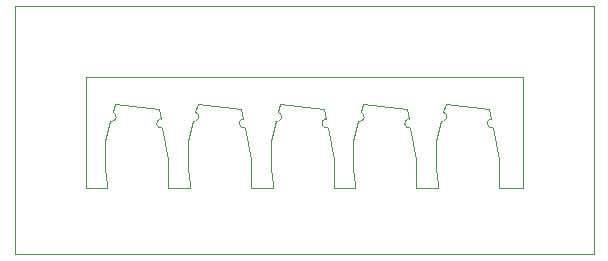
<source format=gbr>
G04 #@! TF.GenerationSoftware,KiCad,Pcbnew,(5.1.4-0-10_14)*
G04 #@! TF.CreationDate,2019-09-19T16:43:00-04:00*
G04 #@! TF.ProjectId,Tympan_BTE_RIGID_Array,54796d70-616e-45f4-9254-455f52494749,V1*
G04 #@! TF.SameCoordinates,Original*
G04 #@! TF.FileFunction,Profile,NP*
%FSLAX46Y46*%
G04 Gerber Fmt 4.6, Leading zero omitted, Abs format (unit mm)*
G04 Created by KiCad (PCBNEW (5.1.4-0-10_14)) date 2019-09-19 16:43:00*
%MOMM*%
%LPD*%
G04 APERTURE LIST*
%ADD10C,0.050000*%
G04 APERTURE END LIST*
D10*
X164784183Y-80031304D02*
X115784183Y-80031304D01*
X164784183Y-101031304D02*
X164784183Y-80031304D01*
X115784183Y-101031304D02*
X164784183Y-101031304D01*
X115784183Y-80031304D02*
X115784183Y-101031304D01*
X158784183Y-95431304D02*
X158784183Y-86031304D01*
X156784183Y-95431304D02*
X158784183Y-95431304D01*
X121784183Y-86031304D02*
X158784183Y-86031304D01*
X121784183Y-95431304D02*
X121784183Y-86031304D01*
X123624183Y-95431304D02*
X121784183Y-95431304D01*
X149784183Y-95431304D02*
X151624183Y-95431304D01*
X144624183Y-95431304D02*
X142784183Y-95431304D01*
X135784183Y-95431304D02*
X137624183Y-95431304D01*
X128784183Y-95431304D02*
X130624183Y-95431304D01*
X156784183Y-95031304D02*
X156784183Y-95431304D01*
X156277732Y-90320496D02*
G75*
G02X156124786Y-89535252I-76473J392622D01*
G01*
X152081701Y-88985479D02*
G75*
G02X151875305Y-89758397I-103198J-386459D01*
G01*
X155971349Y-88747477D02*
X152275192Y-88260870D01*
X156124786Y-89535252D02*
X155971349Y-88747477D01*
X156784183Y-95031304D02*
X156783077Y-92915040D01*
X151436416Y-93828940D02*
X151624761Y-95033998D01*
X151435152Y-91406723D02*
X151436416Y-93828940D01*
X151875305Y-89758397D02*
X151435152Y-91406723D01*
X156783077Y-92915040D02*
X156277732Y-90320497D01*
X152275192Y-88260870D02*
X152081699Y-88985479D01*
X151624761Y-95033998D02*
X151624183Y-95431304D01*
X149784183Y-95031304D02*
X149784183Y-95431304D01*
X149277732Y-90320496D02*
G75*
G02X149124786Y-89535252I-76473J392622D01*
G01*
X145081701Y-88985479D02*
G75*
G02X144875305Y-89758397I-103198J-386459D01*
G01*
X148971349Y-88747477D02*
X145275192Y-88260870D01*
X149124786Y-89535252D02*
X148971349Y-88747477D01*
X149784183Y-95031304D02*
X149783077Y-92915040D01*
X144436416Y-93828940D02*
X144624761Y-95033998D01*
X144435152Y-91406723D02*
X144436416Y-93828940D01*
X144875305Y-89758397D02*
X144435152Y-91406723D01*
X149783077Y-92915040D02*
X149277732Y-90320497D01*
X145275192Y-88260870D02*
X145081699Y-88985479D01*
X144624761Y-95033998D02*
X144624183Y-95431304D01*
X142784183Y-95031304D02*
X142784183Y-95431304D01*
X142277732Y-90320496D02*
G75*
G02X142124786Y-89535252I-76473J392622D01*
G01*
X138081701Y-88985479D02*
G75*
G02X137875305Y-89758397I-103198J-386459D01*
G01*
X141971349Y-88747477D02*
X138275192Y-88260870D01*
X142124786Y-89535252D02*
X141971349Y-88747477D01*
X142784183Y-95031304D02*
X142783077Y-92915040D01*
X137436416Y-93828940D02*
X137624761Y-95033998D01*
X137435152Y-91406723D02*
X137436416Y-93828940D01*
X137875305Y-89758397D02*
X137435152Y-91406723D01*
X142783077Y-92915040D02*
X142277732Y-90320497D01*
X138275192Y-88260870D02*
X138081699Y-88985479D01*
X137624761Y-95033998D02*
X137624183Y-95431304D01*
X135784183Y-95031304D02*
X135784183Y-95431304D01*
X135277732Y-90320496D02*
G75*
G02X135124786Y-89535252I-76473J392622D01*
G01*
X131081701Y-88985479D02*
G75*
G02X130875305Y-89758397I-103198J-386459D01*
G01*
X134971349Y-88747477D02*
X131275192Y-88260870D01*
X135124786Y-89535252D02*
X134971349Y-88747477D01*
X135784183Y-95031304D02*
X135783077Y-92915040D01*
X130436416Y-93828940D02*
X130624761Y-95033998D01*
X130435152Y-91406723D02*
X130436416Y-93828940D01*
X130875305Y-89758397D02*
X130435152Y-91406723D01*
X135783077Y-92915040D02*
X135277732Y-90320497D01*
X131275192Y-88260870D02*
X131081699Y-88985479D01*
X130624761Y-95033998D02*
X130624183Y-95431304D01*
X128784183Y-95031304D02*
X128784183Y-95431304D01*
X123624761Y-95033998D02*
X123624183Y-95431304D01*
X124275192Y-88260870D02*
X124081699Y-88985479D01*
X128783077Y-92915040D02*
X128277732Y-90320497D01*
X123875305Y-89758397D02*
X123435152Y-91406723D01*
X123435152Y-91406723D02*
X123436416Y-93828940D01*
X123436416Y-93828940D02*
X123624761Y-95033998D01*
X128784183Y-95031304D02*
X128783077Y-92915040D01*
X128124786Y-89535252D02*
X127971349Y-88747477D01*
X127971349Y-88747477D02*
X124275192Y-88260870D01*
X124081701Y-88985479D02*
G75*
G02X123875305Y-89758397I-103198J-386459D01*
G01*
X128277732Y-90320496D02*
G75*
G02X128124786Y-89535252I-76473J392622D01*
G01*
M02*

</source>
